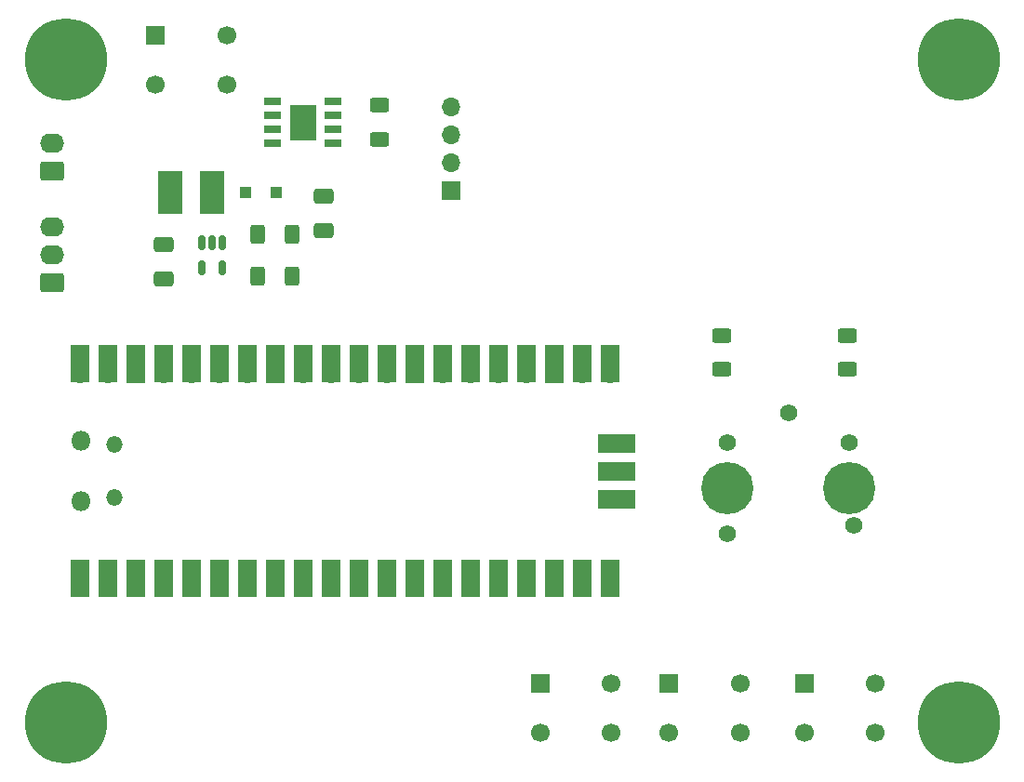
<source format=gbr>
%TF.GenerationSoftware,KiCad,Pcbnew,6.0.8-f2edbf62ab~116~ubuntu20.04.1*%
%TF.CreationDate,2022-10-13T01:57:51+02:00*%
%TF.ProjectId,Louie_for_Pico,4c6f7569-655f-4666-9f72-5f5069636f2e,rev?*%
%TF.SameCoordinates,Original*%
%TF.FileFunction,Soldermask,Top*%
%TF.FilePolarity,Negative*%
%FSLAX46Y46*%
G04 Gerber Fmt 4.6, Leading zero omitted, Abs format (unit mm)*
G04 Created by KiCad (PCBNEW 6.0.8-f2edbf62ab~116~ubuntu20.04.1) date 2022-10-13 01:57:51*
%MOMM*%
%LPD*%
G01*
G04 APERTURE LIST*
G04 Aperture macros list*
%AMRoundRect*
0 Rectangle with rounded corners*
0 $1 Rounding radius*
0 $2 $3 $4 $5 $6 $7 $8 $9 X,Y pos of 4 corners*
0 Add a 4 corners polygon primitive as box body*
4,1,4,$2,$3,$4,$5,$6,$7,$8,$9,$2,$3,0*
0 Add four circle primitives for the rounded corners*
1,1,$1+$1,$2,$3*
1,1,$1+$1,$4,$5*
1,1,$1+$1,$6,$7*
1,1,$1+$1,$8,$9*
0 Add four rect primitives between the rounded corners*
20,1,$1+$1,$2,$3,$4,$5,0*
20,1,$1+$1,$4,$5,$6,$7,0*
20,1,$1+$1,$6,$7,$8,$9,0*
20,1,$1+$1,$8,$9,$2,$3,0*%
G04 Aperture macros list end*
%ADD10RoundRect,0.250000X0.625000X-0.400000X0.625000X0.400000X-0.625000X0.400000X-0.625000X-0.400000X0*%
%ADD11RoundRect,0.250000X-0.650000X0.412500X-0.650000X-0.412500X0.650000X-0.412500X0.650000X0.412500X0*%
%ADD12C,1.700000*%
%ADD13R,1.700000X1.700000*%
%ADD14O,1.700000X1.700000*%
%ADD15C,7.500000*%
%ADD16RoundRect,0.250000X0.650000X-0.412500X0.650000X0.412500X-0.650000X0.412500X-0.650000X-0.412500X0*%
%ADD17C,1.575000*%
%ADD18C,4.755000*%
%ADD19R,1.525000X0.650000*%
%ADD20R,2.390000X3.200000*%
%ADD21R,1.100000X1.100000*%
%ADD22RoundRect,0.250000X-0.400000X-0.625000X0.400000X-0.625000X0.400000X0.625000X-0.400000X0.625000X0*%
%ADD23R,2.200000X3.900000*%
%ADD24RoundRect,0.250000X0.845000X-0.620000X0.845000X0.620000X-0.845000X0.620000X-0.845000X-0.620000X0*%
%ADD25O,2.190000X1.740000*%
%ADD26O,1.500000X1.500000*%
%ADD27O,1.800000X1.800000*%
%ADD28R,1.700000X3.500000*%
%ADD29R,3.500000X1.700000*%
%ADD30RoundRect,0.150000X-0.150000X0.512500X-0.150000X-0.512500X0.150000X-0.512500X0.150000X0.512500X0*%
G04 APERTURE END LIST*
D10*
%TO.C,R14*%
X157480000Y-78385000D03*
X157480000Y-75285000D03*
%TD*%
D11*
%TO.C,C2*%
X109855000Y-62572500D03*
X109855000Y-65697500D03*
%TD*%
D12*
%TO.C,SW3*%
X136040000Y-106970000D03*
D13*
X129540000Y-106970000D03*
D12*
X136040000Y-111470000D03*
X129540000Y-111470000D03*
%TD*%
D13*
%TO.C,Brd1*%
X121450000Y-62115000D03*
D14*
X121450000Y-59575000D03*
X121450000Y-57035000D03*
X121450000Y-54495000D03*
%TD*%
D15*
%TO.C,*%
X167640000Y-50165000D03*
%TD*%
%TO.C,REF\u002A\u002A*%
X86360000Y-50165000D03*
%TD*%
D10*
%TO.C,R13*%
X146050000Y-78385000D03*
X146050000Y-75285000D03*
%TD*%
D16*
%TO.C,C1*%
X95250000Y-70142500D03*
X95250000Y-67017500D03*
%TD*%
D17*
%TO.C,U3*%
X146602000Y-85009000D03*
X157701000Y-85009000D03*
X146602000Y-93309000D03*
X158102000Y-92609000D03*
X152152000Y-82309000D03*
D18*
X146602000Y-89159000D03*
X157701000Y-89159000D03*
%TD*%
D19*
%TO.C,IC1*%
X110662000Y-57785000D03*
X110662000Y-56515000D03*
X110662000Y-55245000D03*
X110662000Y-53975000D03*
X105238000Y-53975000D03*
X105238000Y-55245000D03*
X105238000Y-56515000D03*
X105238000Y-57785000D03*
D20*
X107950000Y-55880000D03*
%TD*%
D21*
%TO.C,D1*%
X105540000Y-62230000D03*
X102740000Y-62230000D03*
%TD*%
D15*
%TO.C,REF\u002A\u002A*%
X86360000Y-110490000D03*
%TD*%
D22*
%TO.C,R1*%
X103860000Y-66040000D03*
X106960000Y-66040000D03*
%TD*%
D10*
%TO.C,R3*%
X114935000Y-57430000D03*
X114935000Y-54330000D03*
%TD*%
D23*
%TO.C,L1*%
X95890000Y-62230000D03*
X99690000Y-62230000D03*
%TD*%
D24*
%TO.C,J1*%
X85090000Y-70485000D03*
D25*
X85090000Y-67945000D03*
X85090000Y-65405000D03*
%TD*%
D13*
%TO.C,SW5*%
X153595000Y-106970000D03*
D12*
X160095000Y-106970000D03*
X153595000Y-111470000D03*
X160095000Y-111470000D03*
%TD*%
D26*
%TO.C,U2*%
X90790000Y-90055000D03*
X90790000Y-85205000D03*
D27*
X87760000Y-84905000D03*
X87760000Y-90355000D03*
D14*
X87630000Y-96520000D03*
D28*
X87630000Y-97420000D03*
X90170000Y-97420000D03*
D14*
X90170000Y-96520000D03*
D13*
X92710000Y-96520000D03*
D28*
X92710000Y-97420000D03*
X95250000Y-97420000D03*
D14*
X95250000Y-96520000D03*
X97790000Y-96520000D03*
D28*
X97790000Y-97420000D03*
X100330000Y-97420000D03*
D14*
X100330000Y-96520000D03*
D28*
X102870000Y-97420000D03*
D14*
X102870000Y-96520000D03*
D13*
X105410000Y-96520000D03*
D28*
X105410000Y-97420000D03*
X107950000Y-97420000D03*
D14*
X107950000Y-96520000D03*
X110490000Y-96520000D03*
D28*
X110490000Y-97420000D03*
X113030000Y-97420000D03*
D14*
X113030000Y-96520000D03*
X115570000Y-96520000D03*
D28*
X115570000Y-97420000D03*
D13*
X118110000Y-96520000D03*
D28*
X118110000Y-97420000D03*
X120650000Y-97420000D03*
D14*
X120650000Y-96520000D03*
X123190000Y-96520000D03*
D28*
X123190000Y-97420000D03*
X125730000Y-97420000D03*
D14*
X125730000Y-96520000D03*
X128270000Y-96520000D03*
D28*
X128270000Y-97420000D03*
D13*
X130810000Y-96520000D03*
D28*
X130810000Y-97420000D03*
D14*
X133350000Y-96520000D03*
D28*
X133350000Y-97420000D03*
D14*
X135890000Y-96520000D03*
D28*
X135890000Y-97420000D03*
D14*
X135890000Y-78740000D03*
D28*
X135890000Y-77840000D03*
X133350000Y-77840000D03*
D14*
X133350000Y-78740000D03*
D28*
X130810000Y-77840000D03*
D13*
X130810000Y-78740000D03*
D28*
X128270000Y-77840000D03*
D14*
X128270000Y-78740000D03*
X125730000Y-78740000D03*
D28*
X125730000Y-77840000D03*
D14*
X123190000Y-78740000D03*
D28*
X123190000Y-77840000D03*
D14*
X120650000Y-78740000D03*
D28*
X120650000Y-77840000D03*
X118110000Y-77840000D03*
D13*
X118110000Y-78740000D03*
D28*
X115570000Y-77840000D03*
D14*
X115570000Y-78740000D03*
X113030000Y-78740000D03*
D28*
X113030000Y-77840000D03*
D14*
X110490000Y-78740000D03*
D28*
X110490000Y-77840000D03*
D14*
X107950000Y-78740000D03*
D28*
X107950000Y-77840000D03*
X105410000Y-77840000D03*
D13*
X105410000Y-78740000D03*
D14*
X102870000Y-78740000D03*
D28*
X102870000Y-77840000D03*
D14*
X100330000Y-78740000D03*
D28*
X100330000Y-77840000D03*
D14*
X97790000Y-78740000D03*
D28*
X97790000Y-77840000D03*
D14*
X95250000Y-78740000D03*
D28*
X95250000Y-77840000D03*
X92710000Y-77840000D03*
D13*
X92710000Y-78740000D03*
D14*
X90170000Y-78740000D03*
D28*
X90170000Y-77840000D03*
X87630000Y-77840000D03*
D14*
X87630000Y-78740000D03*
X135660000Y-90170000D03*
D29*
X136560000Y-90170000D03*
D13*
X135660000Y-87630000D03*
D29*
X136560000Y-87630000D03*
X136560000Y-85090000D03*
D14*
X135660000Y-85090000D03*
%TD*%
D13*
%TO.C,SW4*%
X141276000Y-106970000D03*
D12*
X147776000Y-106970000D03*
X147776000Y-111470000D03*
X141276000Y-111470000D03*
%TD*%
D15*
%TO.C,*%
X167640000Y-110490000D03*
%TD*%
D30*
%TO.C,U1*%
X100645000Y-66807500D03*
X99695000Y-66807500D03*
X98745000Y-66807500D03*
X98745000Y-69082500D03*
X100645000Y-69082500D03*
%TD*%
D22*
%TO.C,R2*%
X103860000Y-69850000D03*
X106960000Y-69850000D03*
%TD*%
D24*
%TO.C,M1*%
X85110000Y-60325000D03*
D25*
X85110000Y-57785000D03*
%TD*%
D13*
%TO.C,SW2*%
X94540000Y-47915000D03*
D12*
X101040000Y-47915000D03*
X94540000Y-52415000D03*
X101040000Y-52415000D03*
%TD*%
M02*

</source>
